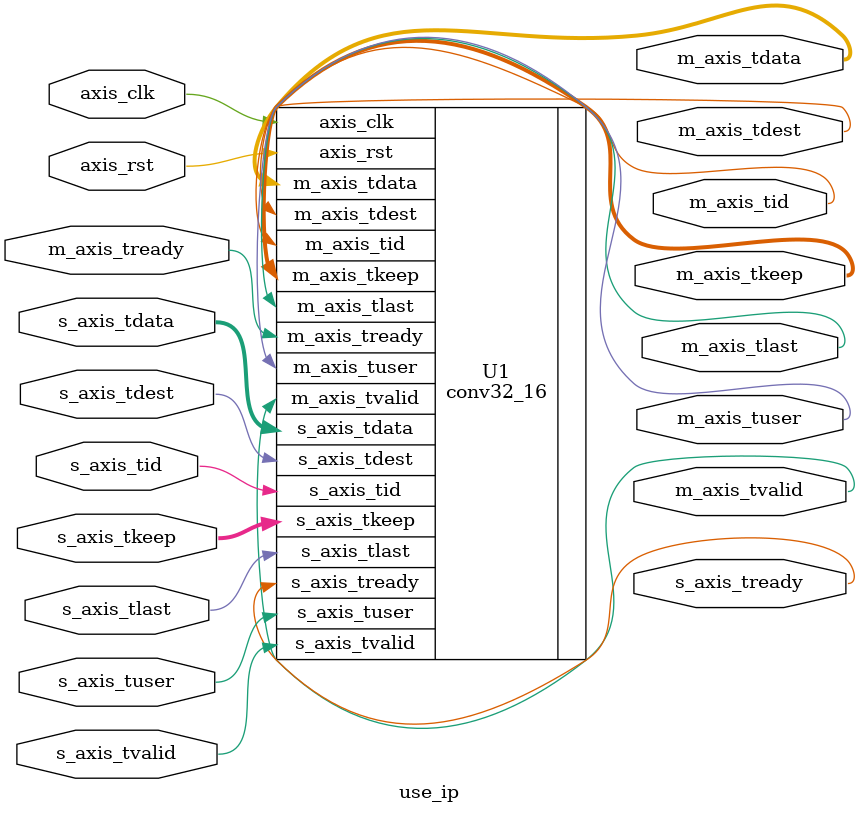
<source format=v>
`timescale 1 ps/ 1 ps 

module use_ip ( 
  input axis_clk,
  input axis_rst,
  input s_axis_tvalid,
  input s_axis_tlast,
  output s_axis_tready,
  input [31:0] s_axis_tdata,
  input [3:0] s_axis_tkeep,
  input s_axis_tid,
  input s_axis_tdest,
  input s_axis_tuser,
  output m_axis_tvalid,
  output m_axis_tlast,
  input m_axis_tready,
  output [15:0] m_axis_tdata,
  output [1:0] m_axis_tkeep,
  output m_axis_tid,
  output m_axis_tdest,
  output m_axis_tuser
); 

  conv32_16 U1 (
   .axis_clk(axis_clk),
   .axis_rst(axis_rst),
   .s_axis_tvalid(s_axis_tvalid),
   .s_axis_tlast(s_axis_tlast),
   .s_axis_tready(s_axis_tready),
   .s_axis_tdata(s_axis_tdata),
   .s_axis_tkeep(s_axis_tkeep),
   .s_axis_tid(s_axis_tid),
   .s_axis_tdest(s_axis_tdest),
   .s_axis_tuser(s_axis_tuser),
   .m_axis_tvalid(m_axis_tvalid),
   .m_axis_tlast(m_axis_tlast),
   .m_axis_tready(m_axis_tready),
   .m_axis_tdata(m_axis_tdata),
   .m_axis_tkeep(m_axis_tkeep),
   .m_axis_tid(m_axis_tid),
   .m_axis_tdest(m_axis_tdest),
   .m_axis_tuser(m_axis_tuser)
  );

endmodule 

</source>
